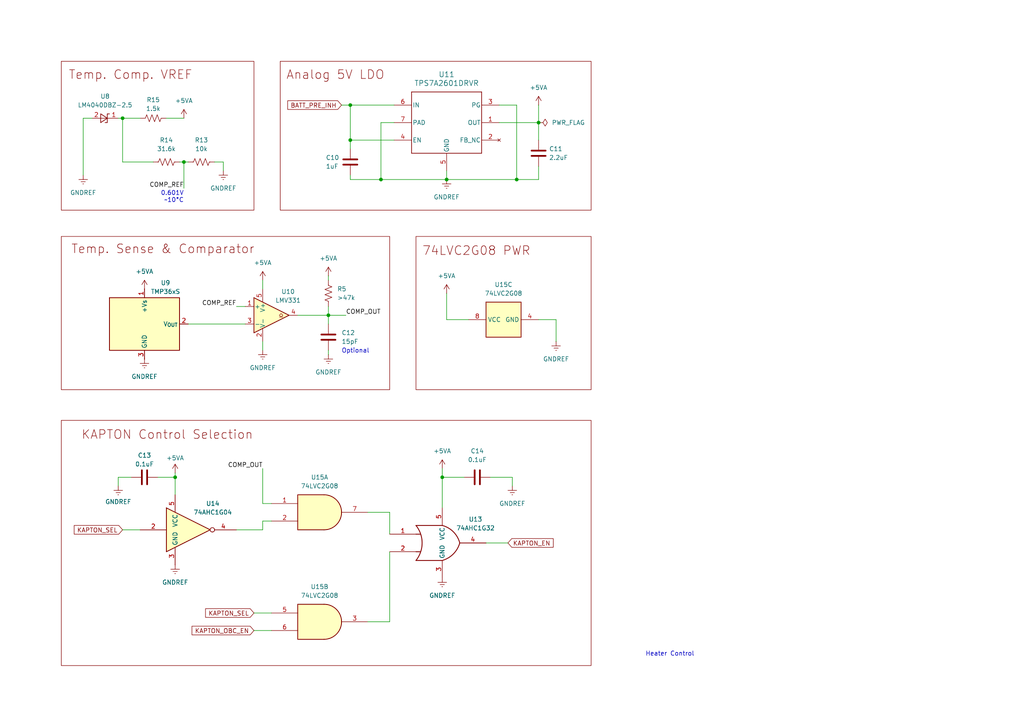
<source format=kicad_sch>
(kicad_sch (version 20250114) (generator "eeschema") (generator_version "9.0")
  (paper "A4")
  (lib_symbols
    (symbol "74xGxx:74AHC1G04"
      (property "Reference" "U" (at -2.54 3.81 0))
      (property "Value" "74AHC1G04" (at 0 -3.81 0))
      (symbol "74AHC1G04_0_1"
        (polyline (pts (xy -7.62 6.35) (xy -7.62 -6.35) (xy 5.08 0) (xy -7.62 6.35)) (stroke (width 0.254)) (fill (type background)))
      )
      (symbol "74AHC1G04_1_1"
        (pin input line (at -15.24 0 0) (length 7.62) (name "~") (number "2"))
        (pin power_in line (at -5.08 10.16 270) (length 5.08) (name "VCC") (number "5"))
        (pin power_in line (at -5.08 -10.16 90) (length 5.08) (name "GND") (number "3"))
        (pin output inverted (at 12.7 0 180) (length 7.62) (name "~") (number "4"))
      )
    )
    (symbol "74xGxx:74AHC1G32"
      (property "Reference" "U" (at -2.54 3.81 0))
      (property "Value" "74AHC1G32" (at 0 -3.81 0))
      (symbol "74AHC1G32_0_1"
        (arc (start -7.62 5.08) (mid -5.838 0) (end -7.62 -5.08) (stroke (width 0.254)))
        (polyline (pts (xy -7.62 2.54) (xy -6.35 2.54)) (stroke (width 0.254)) (fill (type background)))
        (polyline (pts (xy -7.62 -2.54) (xy -6.35 -2.54)) (stroke (width 0.254)) (fill (type background)))
        (arc (start 5.08 0) (mid 3.202 -3.202) (end 0 -5.08) (stroke (width 0.254)))
        (arc (start 0 5.08) (mid 3.2271 3.2271) (end 5.08 0) (stroke (width 0.254)))
        (polyline (pts (xy 0 5.08) (xy -7.62 5.08)) (stroke (width 0.254)) (fill (type background)))
        (polyline (pts (xy 0 -5.08) (xy -7.62 -5.08)) (stroke (width 0.254)) (fill (type background)))
      )
      (symbol "74AHC1G32_1_1"
        (pin input line (at -15.24 2.54 0) (length 7.62) (name "~") (number "1"))
        (pin input line (at -15.24 -2.54 0) (length 7.62) (name "~") (number "2"))
        (pin power_in line (at 0 10.16 270) (length 5.08) (name "VCC") (number "5"))
        (pin power_in line (at 0 -10.16 90) (length 5.08) (name "GND") (number "3"))
        (pin output line (at 12.7 0 180) (length 7.62) (name "~") (number "4"))
      )
    )
    (symbol "74xGxx:74LVC2G08"
      (property "Reference" "U" (at -10.16 7.62 0))
      (property "Value" "74LVC2G08" (at -10.16 -7.62 0))
      (symbol "74LVC2G08_1_1"
        (arc (start 0 5.08) (mid 5.0579 0) (end 0 -5.08) (stroke (width 0.254)) (fill (type background)))
        (polyline (pts (xy 0 -5.08) (xy -7.62 -5.08) (xy -7.62 5.08) (xy 0 5.08)) (stroke (width 0.254)) (fill (type background)))
        (pin input line (at -15.24 2.54 0) (length 7.62) (name "~") (number "1"))
        (pin input line (at -15.24 -2.54 0) (length 7.62) (name "~") (number "2"))
        (pin output line (at 12.7 0 180) (length 7.62) (name "~") (number "7"))
      )
      (symbol "74LVC2G08_2_1"
        (arc (start 0 5.08) (mid 5.0579 0) (end 0 -5.08) (stroke (width 0.254)) (fill (type background)))
        (polyline (pts (xy 0 -5.08) (xy -7.62 -5.08) (xy -7.62 5.08) (xy 0 5.08)) (stroke (width 0.254)) (fill (type background)))
        (pin input line (at -15.24 2.54 0) (length 7.62) (name "~") (number "5"))
        (pin input line (at -15.24 -2.54 0) (length 7.62) (name "~") (number "6"))
        (pin output line (at 12.7 0 180) (length 7.62) (name "~") (number "3"))
      )
      (symbol "74LVC2G08_3_0"
        (rectangle (start -5.08 -5.08) (end 5.08 5.08) (stroke (width 0.254)) (fill (type background)))
      )
      (symbol "74LVC2G08_3_1"
        (pin power_in line (at 0 10.16 270) (length 5.08) (name "VCC") (number "8"))
        (pin power_in line (at 0 -10.16 90) (length 5.08) (name "GND") (number "4"))
      )
    )
    (symbol "Comparator:LMV331" (pin_names (offset 0.127))
      (property "Reference" "U" (at 1.27 5.08 0))
      (property "Value" "LMV331" (at 3.81 -5.08 0))
      (symbol "LMV331_0_1"
        (polyline (pts (xy -5.08 5.08) (xy 5.08 0) (xy -5.08 -5.08) (xy -5.08 5.08)) (stroke (width 0.254)) (fill (type background)))
        (polyline (pts (xy 3.302 -0.508) (xy 2.794 -0.508) (xy 3.302 0) (xy 2.794 0.508) (xy 2.286 0) (xy 2.794 -0.508) (xy 2.286 -0.508)) (stroke (width 0.127)))
      )
      (symbol "LMV331_1_1"
        (pin input line (at -7.62 2.54 0) (length 2.54) (name "+") (number "1"))
        (pin input line (at -7.62 -2.54 0) (length 2.54) (name "-") (number "3"))
        (pin power_in line (at -2.54 7.62 270) (length 3.81) (name "V+") (number "5"))
        (pin power_in line (at -2.54 -7.62 90) (length 3.81) (name "V-") (number "2"))
        (pin open_collector line (at 7.62 0 180) (length 2.54) (name "~") (number "4"))
      )
    )
    (symbol "Device:C" (pin_numbers (hide yes)) (pin_names (offset 0.254))
      (property "Reference" "C" (at 0.635 2.54 0))
      (property "Value" "C" (at 0.635 -2.54 0))
      (symbol "C_0_1"
        (polyline (pts (xy -2.032 0.762) (xy 2.032 0.762)) (stroke (width 0.508)))
        (polyline (pts (xy -2.032 -0.762) (xy 2.032 -0.762)) (stroke (width 0.508)))
      )
      (symbol "C_1_1"
        (pin passive line (at 0 3.81 270) (length 2.794) (name "~") (number "1"))
        (pin passive line (at 0 -3.81 90) (length 2.794) (name "~") (number "2"))
      )
    )
    (symbol "Device:R_US" (pin_numbers (hide yes)) (pin_names (offset 0))
      (property "Reference" "R" (at 2.54 0 90))
      (property "Value" "R_US" (at -2.54 0 90))
      (symbol "R_US_0_1"
        (polyline (pts (xy 0 2.286) (xy 0 2.54)))
        (polyline (pts (xy 0 2.286) (xy 1.016 1.905) (xy 0 1.524) (xy -1.016 1.143) (xy 0 0.762)))
        (polyline (pts (xy 0 0.762) (xy 1.016 0.381) (xy 0 0) (xy -1.016 -0.381) (xy 0 -0.762)))
        (polyline (pts (xy 0 -0.762) (xy 1.016 -1.143) (xy 0 -1.524) (xy -1.016 -1.905) (xy 0 -2.286)))
        (polyline (pts (xy 0 -2.286) (xy 0 -2.54)))
      )
      (symbol "R_US_1_1"
        (pin passive line (at 0 3.81 270) (length 1.27) (name "~") (number "1"))
        (pin passive line (at 0 -3.81 90) (length 1.27) (name "~") (number "2"))
      )
    )
    (symbol "Reference_Voltage:LM4040DBZ-2.5" (pin_names (offset 0.0254) (hide yes))
      (property "Reference" "U" (at 0 2.54 0))
      (property "Value" "LM4040DBZ-2.5" (at 0 -3.175 0))
      (symbol "LM4040DBZ-2.5_0_1"
        (polyline (pts (xy -1.27 0) (xy 0 0) (xy 1.27 0)))
        (polyline (pts (xy -1.27 -1.27) (xy 0.635 0) (xy -1.27 1.27) (xy -1.27 -1.27)) (stroke (width 0.2032)))
        (polyline (pts (xy 0 -1.27) (xy 0.635 -1.27) (xy 0.635 1.27) (xy 1.27 1.27)) (stroke (width 0.2032)))
      )
      (symbol "LM4040DBZ-2.5_1_1"
        (pin passive line (at -3.81 0 0) (length 2.54) (name "A") (number "2"))
        (pin no_connect line (at -1.27 0 0) (length 2.54) (hide yes) (name "NC") (number "3"))
        (pin passive line (at 3.81 0 180) (length 2.54) (name "K") (number "1"))
      )
    )
    (symbol "Sensor_Temperature:TMP36xS"
      (property "Reference" "U9" (at 6.096 11.938 0))
      (property "Value" "TMP36xS" (at 6.096 9.398 0))
      (symbol "TMP36xS_0_1"
        (rectangle (start -10.16 7.62) (end 10.16 -7.62) (stroke (width 0.254)) (fill (type background)))
      )
      (symbol "TMP36xS_1_1"
        (pin power_in line (at 0 10.16 270) (length 2.54) (name "+Vs") (number "1"))
        (pin power_in line (at 0 -10.16 90) (length 2.54) (name "GND") (number "3"))
        (pin output line (at 12.7 0 180) (length 2.54) (name "V_{OUT}") (number "2"))
      )
    )
    (symbol "TPS7A2650DRVR:TPS7A2601DRVR" (pin_names (offset 0.254))
      (property "Reference" "U" (at 0 13.462 0))
      (property "Value" "TPS7A2601DRVR" (at 0 10.922 0))
      (symbol "TPS7A2601DRVR_0_1"
        (polyline (pts (xy -10.16 8.89) (xy -10.16 -8.89)) (stroke (width 0.2032)))
        (polyline (pts (xy -10.16 -8.89) (xy 10.16 -8.89)) (stroke (width 0.2032)))
        (polyline (pts (xy 10.16 8.89) (xy -10.16 8.89)) (stroke (width 0.2032)))
        (polyline (pts (xy 10.16 -8.89) (xy 10.16 8.89)) (stroke (width 0.2032)))
        (pin power_in line (at -15.24 5.08 0) (length 5.08) (name "IN") (number "6"))
        (pin free line (at -15.24 0 0) (length 5.08) (name "PAD") (number "7"))
        (pin input line (at -15.24 -5.08 0) (length 5.08) (name "EN") (number "4"))
        (pin power_in line (at 0 -13.97 90) (length 5.08) (name "GND") (number "5"))
        (pin open_collector line (at 15.24 5.08 180) (length 5.08) (name "PG") (number "3"))
        (pin power_in line (at 15.24 0 180) (length 5.08) (name "OUT") (number "1"))
        (pin no_connect line (at 15.24 -5.08 180) (length 5.08) (name "FB_NC") (number "2"))
      )
    )
    (symbol "power:+5VA" (power) (pin_numbers (hide yes)) (pin_names (offset 0) (hide yes))
      (property "Value" "+5VA" (at 0 3.556 0))
      (symbol "+5VA_0_1"
        (polyline (pts (xy -0.762 1.27) (xy 0 2.54)))
        (polyline (pts (xy 0 2.54) (xy 0.762 1.27)))
        (polyline (pts (xy 0 0) (xy 0 2.54)))
      )
      (symbol "+5VA_1_1"
        (pin power_in line (at 0 0 90) (length 0) (name "~") (number "1"))
      )
    )
    (symbol "power:GNDREF" (power) (pin_numbers (hide yes)) (pin_names (offset 0) (hide yes))
      (property "Value" "GNDREF" (at 0 -3.81 0))
      (symbol "GNDREF_0_1"
        (polyline (pts (xy -0.635 -1.905) (xy 0.635 -1.905)))
        (polyline (pts (xy -0.127 -2.54) (xy 0.127 -2.54)))
        (polyline (pts (xy 0 -1.27) (xy 0 0)))
        (polyline (pts (xy 1.27 -1.27) (xy -1.27 -1.27)))
      )
      (symbol "GNDREF_1_1"
        (pin power_in line (at 0 0 270) (length 0) (name "~") (number "1"))
      )
    )
    (symbol "power:PWR_FLAG" (power) (pin_numbers (hide yes)) (pin_names (offset 0) (hide yes))
      (property "Value" "PWR_FLAG" (at 0 3.81 0))
      (symbol "PWR_FLAG_0_0"
        (pin power_out line (at 0 0 90) (length 0) (name "~") (number "1"))
      )
      (symbol "PWR_FLAG_0_1"
        (polyline (pts (xy 0 0) (xy 0 1.27) (xy -1.016 1.905) (xy 0 2.54) (xy 1.016 1.905) (xy 0 1.27)))
      )
    )
  )
  (rectangle (start 81.28 17.78) (end 171.45 60.96) (stroke (width 0) (color 132 0 0 1)))
  (rectangle (start 17.78 121.92) (end 171.45 193.04) (stroke (width 0) (color 132 0 0 1)))
  (rectangle (start 120.65 68.58) (end 171.45 113.03) (stroke (width 0) (color 132 0 0 1)))
  (rectangle (start 17.78 17.78) (end 73.66 60.96) (stroke (width 0) (color 132 0 0 1)))
  (rectangle (start 17.78 68.58) (end 113.03 113.03) (stroke (width 0) (color 132 0 0 1)))
  (text "Temp. Comp. VREF" (at 37.846 21.844 0) (effects (font (size 2.54 2.54))))
  (text "Optional" (at 103.124 101.854 0) (effects (font (size 1.27 1.27))))
  (text "Temp. Sense & Comparator" (at 47.244 72.39 0) (effects (font (size 2.54 2.54))))
  (text "KAPTON Control Selection" (at 48.514 126.238 0) (effects (font (size 2.54 2.54))))
  (text "Analog 5V LDO" (at 97.282 21.844 0) (effects (font (size 2.54 2.54))))
  (text "Heater Control" (at 194.31 189.738 0) (effects (font (size 1.27 1.27))))
  (text "0.601V\n~10°C" (at 53.34 57.15 0) (effects (font (size 1.27 1.27)) (justify right)))
  (text "74LVC2G08 PWR" (at 138.176 72.898 0) (effects (font (size 2.54 2.54))))
  (junction (at 53.34 46.99))
  (junction (at 101.6 40.64))
  (junction (at 95.25 91.44))
  (junction (at 110.49 52.07))
  (junction (at 129.54 52.07))
  (junction (at 50.8 138.43))
  (junction (at 35.56 34.29))
  (junction (at 149.86 52.07))
  (junction (at 156.21 35.56))
  (junction (at 128.27 138.43))
  (junction (at 101.6 30.48))
  (wire (pts (xy 76.2 99.06) (xy 76.2 101.6)))
  (wire (pts (xy 140.97 157.48) (xy 147.32 157.48)))
  (wire (pts (xy 129.54 92.71) (xy 135.89 92.71)))
  (wire (pts (xy 35.56 34.29) (xy 34.29 34.29)))
  (wire (pts (xy 156.21 92.71) (xy 161.29 92.71)))
  (wire (pts (xy 101.6 30.48) (xy 114.3 30.48)))
  (wire (pts (xy 50.8 138.43) (xy 50.8 143.51)))
  (wire (pts (xy 76.2 135.89) (xy 76.2 146.05)))
  (wire (pts (xy 53.34 46.99) (xy 53.34 54.61)))
  (wire (pts (xy 142.24 138.43) (xy 148.59 138.43)))
  (wire (pts (xy 95.25 91.44) (xy 95.25 93.98)))
  (wire (pts (xy 95.25 88.9) (xy 95.25 91.44)))
  (wire (pts (xy 156.21 52.07) (xy 149.86 52.07)))
  (wire (pts (xy 128.27 138.43) (xy 128.27 147.32)))
  (wire (pts (xy 149.86 52.07) (xy 129.54 52.07)))
  (wire (pts (xy 76.2 153.67) (xy 76.2 151.13)))
  (wire (pts (xy 62.23 46.99) (xy 64.77 46.99)))
  (wire (pts (xy 101.6 40.64) (xy 114.3 40.64)))
  (wire (pts (xy 149.86 30.48) (xy 149.86 52.07)))
  (wire (pts (xy 128.27 138.43) (xy 134.62 138.43)))
  (wire (pts (xy 76.2 146.05) (xy 78.74 146.05)))
  (wire (pts (xy 161.29 92.71) (xy 161.29 99.06)))
  (wire (pts (xy 95.25 80.01) (xy 95.25 81.28)))
  (wire (pts (xy 35.56 46.99) (xy 35.56 34.29)))
  (wire (pts (xy 128.27 135.89) (xy 128.27 138.43)))
  (wire (pts (xy 144.78 35.56) (xy 156.21 35.56)))
  (wire (pts (xy 110.49 35.56) (xy 110.49 52.07)))
  (wire (pts (xy 101.6 50.8) (xy 101.6 52.07)))
  (wire (pts (xy 76.2 81.28) (xy 76.2 83.82)))
  (wire (pts (xy 40.64 34.29) (xy 35.56 34.29)))
  (wire (pts (xy 156.21 48.26) (xy 156.21 52.07)))
  (wire (pts (xy 148.59 138.43) (xy 148.59 140.97)))
  (wire (pts (xy 114.3 35.56) (xy 110.49 35.56)))
  (wire (pts (xy 48.26 34.29) (xy 53.34 34.29)))
  (wire (pts (xy 110.49 52.07) (xy 129.54 52.07)))
  (wire (pts (xy 64.77 46.99) (xy 64.77 49.53)))
  (wire (pts (xy 45.72 138.43) (xy 50.8 138.43)))
  (wire (pts (xy 101.6 52.07) (xy 110.49 52.07)))
  (wire (pts (xy 68.58 153.67) (xy 76.2 153.67)))
  (wire (pts (xy 106.68 180.34) (xy 113.03 180.34)))
  (wire (pts (xy 52.07 46.99) (xy 53.34 46.99)))
  (wire (pts (xy 76.2 151.13) (xy 78.74 151.13)))
  (wire (pts (xy 73.66 182.88) (xy 78.74 182.88)))
  (wire (pts (xy 129.54 85.09) (xy 129.54 92.71)))
  (wire (pts (xy 24.13 34.29) (xy 24.13 50.8)))
  (wire (pts (xy 53.34 46.99) (xy 54.61 46.99)))
  (wire (pts (xy 156.21 35.56) (xy 156.21 40.64)))
  (wire (pts (xy 54.61 93.98) (xy 71.12 93.98)))
  (wire (pts (xy 50.8 137.16) (xy 50.8 138.43)))
  (wire (pts (xy 100.33 91.44) (xy 95.25 91.44)))
  (wire (pts (xy 156.21 30.48) (xy 156.21 35.56)))
  (wire (pts (xy 101.6 40.64) (xy 101.6 43.18)))
  (wire (pts (xy 144.78 30.48) (xy 149.86 30.48)))
  (wire (pts (xy 73.66 177.8) (xy 78.74 177.8)))
  (wire (pts (xy 113.03 148.59) (xy 113.03 154.94)))
  (wire (pts (xy 113.03 148.59) (xy 106.68 148.59)))
  (wire (pts (xy 35.56 46.99) (xy 44.45 46.99)))
  (wire (pts (xy 129.54 52.07) (xy 129.54 49.53)))
  (wire (pts (xy 95.25 91.44) (xy 86.36 91.44)))
  (wire (pts (xy 38.1 138.43) (xy 34.29 138.43)))
  (wire (pts (xy 34.29 138.43) (xy 34.29 140.97)))
  (wire (pts (xy 113.03 180.34) (xy 113.03 160.02)))
  (wire (pts (xy 95.25 101.6) (xy 95.25 102.87)))
  (wire (pts (xy 101.6 30.48) (xy 101.6 40.64)))
  (wire (pts (xy 99.06 30.48) (xy 101.6 30.48)))
  (wire (pts (xy 26.67 34.29) (xy 24.13 34.29)))
  (wire (pts (xy 35.56 153.67) (xy 40.64 153.67)))
  (wire (pts (xy 68.58 88.9) (xy 71.12 88.9)))
  (label "COMP_REF" (at 53.34 54.61 180))
  (label "COMP_OUT" (at 76.2 135.89 180))
  (label "COMP_REF" (at 68.58 88.9 180))
  (label "COMP_OUT" (at 100.33 91.44 0))
  (global_label "KAPTON_EN" (shape input) (at 147.32 157.48 0) (property "Intersheetrefs" "${INTERSHEET_REFS}" (effects (hide yes))))
  (global_label "KAPTON_SEL" (shape input) (at 73.66 177.8 180) (property "Intersheetrefs" "${INTERSHEET_REFS}" (effects (hide yes))))
  (global_label "BATT_PRE_INH" (shape input) (at 99.06 30.48 180) (property "Intersheetrefs" "${INTERSHEET_REFS}" (effects (hide yes))))
  (global_label "KAPTON_SEL" (shape input) (at 35.56 153.67 180) (property "Intersheetrefs" "${INTERSHEET_REFS}" (effects (hide yes))))
  (global_label "KAPTON_OBC_EN" (shape input) (at 73.66 182.88 180) (property "Intersheetrefs" "${INTERSHEET_REFS}" (effects (hide yes))))
  (symbol (lib_id "power:GNDREF") (at 34.29 140.97 0) (unit 1)
    (property "Reference" "#PWR036" (effects (hide yes)))
    (property "Value" "GNDREF" (at 34.29 145.542 0))
    (property "Description" "Power symbol creates a global label with name \"GNDREF\" , reference supply ground" (effects (hide yes)))
  )
  (symbol (lib_id "power:GNDREF") (at 128.27 167.64 0) (unit 1)
    (property "Reference" "#PWR029" (effects (hide yes)))
    (property "Value" "GNDREF" (at 128.27 172.72 0))
    (property "Description" "Power symbol creates a global label with name \"GNDREF\" , reference supply ground" (effects (hide yes)))
  )
  (symbol (lib_id "Sensor_Temperature:TMP36xS") (at 41.91 93.98 0) (unit 1)
    (property "Reference" "U9" (at 48.006 82.042 0))
    (property "Value" "TMP36xS" (at 48.006 84.582 0))
    (property "Footprint" "Package_TO_SOT_THT:TO-92_Inline" (effects (hide yes)))
    (property "Datasheet" "https://www.analog.com/media/en/technical-documentation/data-sheets/TMP35_36_37.pdf" (effects (hide yes)))
    (property "Description" "Low Voltage Temperature Sensor, SOIC-8" (effects (hide yes)))
  )
  (symbol (lib_id "power:PWR_FLAG") (at 156.21 35.56 270) (unit 1)
    (property "Reference" "#FLG05" (effects (hide yes)))
    (property "Value" "PWR_FLAG" (at 160.02 35.5599 90) (effects (justify left)))
    (property "Description" "Special symbol for telling ERC where power comes from" (effects (hide yes)))
  )
  (symbol (lib_id "Device:R_US") (at 58.42 46.99 90) (unit 1)
    (property "Reference" "R13" (at 58.42 40.64 90))
    (property "Value" "10k" (at 58.42 43.18 90))
    (property "Footprint" "Resistor_SMD:R_0805_2012Metric" (effects (hide yes)))
    (property "Description" "Resistor, US symbol" (effects (hide yes)))
  )
  (symbol (lib_id "TPS7A2650DRVR:TPS7A2601DRVR") (at 129.54 35.56 0) (unit 1)
    (property "Reference" "U11" (at 129.54 21.59 0) (effects (font (size 1.524 1.524))))
    (property "Value" "TPS7A2601DRVR" (at 129.54 24.13 0) (effects (font (size 1.524 1.524))))
    (property "Footprint" "BattBrdFtPrts:DRV0006A_NV" (effects (hide yes)))
    (property "Datasheet" "TPS7A2601DRVR" (effects (hide yes)))
  )
  (symbol (lib_id "74xGxx:74LVC2G08") (at 93.98 180.34 0) (unit 2)
    (property "Reference" "U15" (at 92.6989 170.18 0))
    (property "Value" "74LVC2G08" (at 92.6989 172.72 0))
    (property "Footprint" "Package_SO:VSSOP-8_2.3x2mm_P0.5mm" (effects (hide yes)))
    (property "Datasheet" "http://www.ti.com/lit/sg/scyt129e/scyt129e.pdf" (effects (hide yes)))
    (property "Description" "Dual AND Gate, Low-Voltage CMOS" (effects (hide yes)))
  )
  (symbol (lib_id "power:GNDREF") (at 64.77 49.53 0) (unit 1)
    (property "Reference" "#PWR016" (effects (hide yes)))
    (property "Value" "GNDREF" (at 64.77 54.61 0))
    (property "Description" "Power symbol creates a global label with name \"GNDREF\" , reference supply ground" (effects (hide yes)))
  )
  (symbol (lib_id "power:GNDREF") (at 129.54 52.07 0) (unit 1)
    (property "Reference" "#PWR032" (effects (hide yes)))
    (property "Value" "GNDREF" (at 129.54 57.15 0))
    (property "Description" "Power symbol creates a global label with name \"GNDREF\" , reference supply ground" (effects (hide yes)))
  )
  (symbol (lib_id "74xGxx:74AHC1G04") (at 55.88 153.67 0) (unit 1)
    (property "Reference" "U14" (at 61.722 146.05 0))
    (property "Value" "74AHC1G04" (at 61.722 148.59 0))
    (property "Footprint" "Package_TO_SOT_SMD:SOT-23-5" (effects (hide yes)))
    (property "Datasheet" "http://www.ti.com/lit/sg/scyt129e/scyt129e.pdf" (effects (hide yes)))
    (property "Description" "Single NOT Gate, Low-Voltage CMOS" (effects (hide yes)))
  )
  (symbol (lib_id "power:+5VA") (at 129.54 85.09 0) (unit 1)
    (property "Reference" "#PWR014" (effects (hide yes)))
    (property "Value" "+5VA" (at 129.54 80.01 0))
    (property "Description" "Power symbol creates a global label with name \"+5VA\"" (effects (hide yes)))
  )
  (symbol (lib_id "Device:R_US") (at 48.26 46.99 90) (unit 1)
    (property "Reference" "R14" (at 48.26 40.64 90))
    (property "Value" "31.6k" (at 48.26 43.18 90))
    (property "Footprint" "Resistor_SMD:R_0805_2012Metric" (effects (hide yes)))
    (property "Description" "Resistor, US symbol" (effects (hide yes)))
  )
  (symbol (lib_id "Comparator:LMV331") (at 78.74 91.44 0) (unit 1)
    (property "Reference" "U10" (at 83.566 84.582 0))
    (property "Value" "LMV331" (at 83.566 87.122 0))
    (property "Footprint" "Package_TO_SOT_SMD:SOT-23-5" (effects (hide yes)))
    (property "Datasheet" "http://www.ti.com/lit/ds/symlink/lmv331.pdf" (effects (hide yes)))
    (property "Description" "Single General-Purpose Low-Voltage Comparator, SOT-23-5/SC-70-5" (effects (hide yes)))
  )
  (symbol (lib_id "Device:C") (at 138.43 138.43 90) (unit 1)
    (property "Reference" "C14" (at 138.43 130.81 90))
    (property "Value" "0.1uF" (at 138.43 133.35 90))
    (property "Footprint" "Capacitor_SMD:C_0805_2012Metric" (effects (hide yes)))
    (property "Description" "Unpolarized capacitor" (effects (hide yes)))
  )
  (symbol (lib_id "power:GNDREF") (at 148.59 140.97 0) (unit 1)
    (property "Reference" "#PWR037" (effects (hide yes)))
    (property "Value" "GNDREF" (at 148.59 146.05 0))
    (property "Description" "Power symbol creates a global label with name \"GNDREF\" , reference supply ground" (effects (hide yes)))
  )
  (symbol (lib_id "Reference_Voltage:LM4040DBZ-2.5") (at 30.48 34.29 0) (unit 1)
    (property "Reference" "U8" (at 30.48 27.94 0))
    (property "Value" "LM4040DBZ-2.5" (at 30.48 30.48 0))
    (property "Footprint" "Package_TO_SOT_SMD:SOT-23" (effects (hide yes)))
    (property "Datasheet" "http://www.ti.com/lit/ds/symlink/lm4040-n.pdf" (effects (hide yes)))
    (property "Description" "2.500V Precision Micropower Shunt Voltage Reference, SOT-23" (effects (hide yes)))
  )
  (symbol (lib_id "power:+5VA") (at 156.21 30.48 0) (unit 1)
    (property "Reference" "#PWR033" (effects (hide yes)))
    (property "Value" "+5VA" (at 156.21 25.4 0))
    (property "Description" "Power symbol creates a global label with name \"+5VA\"" (effects (hide yes)))
  )
  (symbol (lib_id "power:GNDREF") (at 95.25 102.87 0) (unit 1)
    (property "Reference" "#PWR034" (effects (hide yes)))
    (property "Value" "GNDREF" (at 95.25 107.95 0))
    (property "Description" "Power symbol creates a global label with name \"GNDREF\" , reference supply ground" (effects (hide yes)))
  )
  (symbol (lib_id "74xGxx:74LVC2G08") (at 93.98 148.59 0) (unit 1)
    (property "Reference" "U15" (at 92.6989 138.43 0))
    (property "Value" "74LVC2G08" (at 92.6989 140.97 0))
    (property "Footprint" "Package_SO:VSSOP-8_2.3x2mm_P0.5mm" (effects (hide yes)))
    (property "Datasheet" "http://www.ti.com/lit/sg/scyt129e/scyt129e.pdf" (effects (hide yes)))
    (property "Description" "Dual AND Gate, Low-Voltage CMOS" (effects (hide yes)))
  )
  (symbol (lib_id "power:+5VA") (at 41.91 83.82 0) (unit 1)
    (property "Reference" "#PWR020" (effects (hide yes)))
    (property "Value" "+5VA" (at 41.91 78.74 0))
    (property "Description" "Power symbol creates a global label with name \"+5VA\"" (effects (hide yes)))
  )
  (symbol (lib_id "74xGxx:74LVC2G08") (at 146.05 92.71 90) (unit 3)
    (property "Reference" "U15" (at 146.05 82.55 90))
    (property "Value" "74LVC2G08" (at 146.05 85.09 90))
    (property "Footprint" "Package_SO:VSSOP-8_2.3x2mm_P0.5mm" (effects (hide yes)))
    (property "Datasheet" "http://www.ti.com/lit/sg/scyt129e/scyt129e.pdf" (effects (hide yes)))
    (property "Description" "Dual AND Gate, Low-Voltage CMOS" (effects (hide yes)))
  )
  (symbol (lib_id "power:+5VA") (at 50.8 137.16 0) (unit 1)
    (property "Reference" "#PWR027" (effects (hide yes)))
    (property "Value" "+5VA" (at 50.8 132.842 0))
    (property "Description" "Power symbol creates a global label with name \"+5VA\"" (effects (hide yes)))
  )
  (symbol (lib_id "power:GNDREF") (at 41.91 104.14 0) (unit 1)
    (property "Reference" "#PWR018" (effects (hide yes)))
    (property "Value" "GNDREF" (at 41.91 109.22 0))
    (property "Description" "Power symbol creates a global label with name \"GNDREF\" , reference supply ground" (effects (hide yes)))
  )
  (symbol (lib_id "74xGxx:74AHC1G32") (at 128.27 157.48 0) (unit 1)
    (property "Reference" "U13" (at 137.922 150.622 0))
    (property "Value" "74AHC1G32" (at 137.922 153.162 0))
    (property "Footprint" "Package_TO_SOT_SMD:SOT-23-5" (effects (hide yes)))
    (property "Datasheet" "http://www.ti.com/lit/sg/scyt129e/scyt129e.pdf" (effects (hide yes)))
    (property "Description" "Single OR Gate, Low-Voltage CMOS" (effects (hide yes)))
  )
  (symbol (lib_id "Device:C") (at 41.91 138.43 90) (unit 1)
    (property "Reference" "C13" (at 41.91 132.08 90))
    (property "Value" "0.1uF" (at 41.91 134.62 90))
    (property "Footprint" "Capacitor_SMD:C_0805_2012Metric" (effects (hide yes)))
    (property "Description" "Unpolarized capacitor" (effects (hide yes)))
  )
  (symbol (lib_id "power:GNDREF") (at 76.2 101.6 0) (unit 1)
    (property "Reference" "#PWR023" (effects (hide yes)))
    (property "Value" "GNDREF" (at 76.2 106.68 0))
    (property "Description" "Power symbol creates a global label with name \"GNDREF\" , reference supply ground" (effects (hide yes)))
  )
  (symbol (lib_id "Device:C") (at 95.25 97.79 0) (unit 1)
    (property "Reference" "C12" (at 99.06 96.5199 0) (effects (justify left)))
    (property "Value" "15pF" (at 99.06 99.0599 0) (effects (justify left)))
    (property "Footprint" "Capacitor_SMD:C_0805_2012Metric" (effects (hide yes)))
    (property "Description" "Optional" (effects (hide yes)))
  )
  (symbol (lib_id "power:GNDREF") (at 161.29 99.06 0) (unit 1)
    (property "Reference" "#PWR025" (effects (hide yes)))
    (property "Value" "GNDREF" (at 161.29 104.14 0))
    (property "Description" "Power symbol creates a global label with name \"GNDREF\" , reference supply ground" (effects (hide yes)))
  )
  (symbol (lib_id "Device:C") (at 156.21 44.45 0) (unit 1)
    (property "Reference" "C11" (at 159.258 43.18 0) (effects (justify left)))
    (property "Value" "2.2uF" (at 159.258 45.72 0) (effects (justify left)))
    (property "Footprint" "Capacitor_SMD:C_0805_2012Metric" (effects (hide yes)))
    (property "Description" "Unpolarized capacitor" (effects (hide yes)))
  )
  (symbol (lib_id "power:+5VA") (at 53.34 34.29 0) (unit 1)
    (property "Reference" "#PWR021" (effects (hide yes)))
    (property "Value" "+5VA" (at 53.34 29.21 0))
    (property "Description" "Power symbol creates a global label with name \"+5VA\"" (effects (hide yes)))
  )
  (symbol (lib_id "power:+5VA") (at 95.25 80.01 0) (unit 1)
    (property "Reference" "#PWR035" (effects (hide yes)))
    (property "Value" "+5VA" (at 95.25 74.93 0))
    (property "Description" "Power symbol creates a global label with name \"+5VA\"" (effects (hide yes)))
  )
  (symbol (lib_id "power:+5VA") (at 76.2 81.28 0) (unit 1)
    (property "Reference" "#PWR022" (effects (hide yes)))
    (property "Value" "+5VA" (at 76.2 76.2 0))
    (property "Description" "Power symbol creates a global label with name \"+5VA\"" (effects (hide yes)))
  )
  (symbol (lib_id "Device:R_US") (at 95.25 85.09 0) (unit 1)
    (property "Reference" "R5" (at 97.79 83.8199 0) (effects (justify left)))
    (property "Value" ">47k" (at 97.79 86.3599 0) (effects (justify left)))
    (property "Footprint" "Resistor_SMD:R_0805_2012Metric" (effects (hide yes)))
    (property "Description" "Resistor, US symbol" (effects (hide yes)))
  )
  (symbol (lib_id "power:GNDREF") (at 24.13 50.8 0) (unit 1)
    (property "Reference" "#PWR017" (effects (hide yes)))
    (property "Value" "GNDREF" (at 24.13 55.88 0))
    (property "Description" "Power symbol creates a global label with name \"GNDREF\" , reference supply ground" (effects (hide yes)))
  )
  (symbol (lib_id "Device:C") (at 101.6 46.99 0) (unit 1)
    (property "Reference" "C10" (at 94.488 45.72 0) (effects (justify left)))
    (property "Value" "1uF" (at 94.488 48.26 0) (effects (justify left)))
    (property "Footprint" "Capacitor_SMD:C_0805_2012Metric" (effects (hide yes)))
    (property "Description" "Unpolarized capacitor" (effects (hide yes)))
  )
  (symbol (lib_id "Device:R_US") (at 44.45 34.29 90) (unit 1)
    (property "Reference" "R15" (at 44.45 28.956 90))
    (property "Value" "1.5k" (at 44.45 31.496 90))
    (property "Footprint" "Resistor_SMD:R_0805_2012Metric" (effects (hide yes)))
    (property "Description" "Resistor, US symbol" (effects (hide yes)))
  )
  (symbol (lib_id "power:GNDREF") (at 50.8 163.83 0) (unit 1)
    (property "Reference" "#PWR031" (effects (hide yes)))
    (property "Value" "GNDREF" (at 50.8 168.91 0))
    (property "Description" "Power symbol creates a global label with name \"GNDREF\" , reference supply ground" (effects (hide yes)))
  )
  (symbol (lib_id "power:+5VA") (at 128.27 135.89 0) (unit 1)
    (property "Reference" "#PWR026" (effects (hide yes)))
    (property "Value" "+5VA" (at 128.27 130.81 0))
    (property "Description" "Power symbol creates a global label with name \"+5VA\"" (effects (hide yes)))
  )
)
</source>
